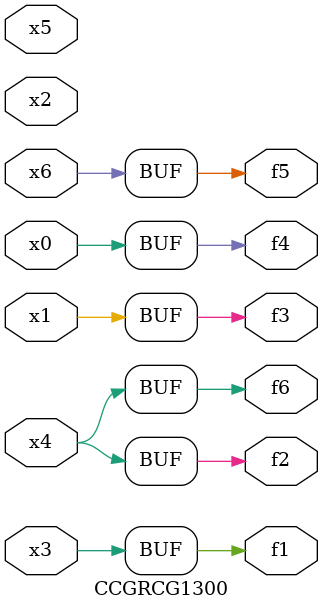
<source format=v>
module CCGRCG1300(
	input x0, x1, x2, x3, x4, x5, x6,
	output f1, f2, f3, f4, f5, f6
);
	assign f1 = x3;
	assign f2 = x4;
	assign f3 = x1;
	assign f4 = x0;
	assign f5 = x6;
	assign f6 = x4;
endmodule

</source>
